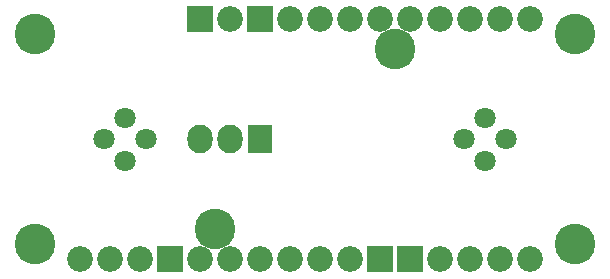
<source format=gts>
%TF.GenerationSoftware,KiCad,Pcbnew,4.0.5-e0-6337~49~ubuntu16.04.1*%
%TF.CreationDate,2017-01-01T02:05:38+05:30*%
%TF.ProjectId,feather_v2,666561746865725F76322E6B69636164,rev?*%
%TF.FileFunction,Soldermask,Top*%
%FSLAX46Y46*%
G04 Gerber Fmt 4.6, Leading zero omitted, Abs format (unit mm)*
G04 Created by KiCad (PCBNEW 4.0.5-e0-6337~49~ubuntu16.04.1) date Sun Jan  1 02:05:38 2017*
%MOMM*%
%LPD*%
G01*
G04 APERTURE LIST*
%ADD10C,0.101600*%
%ADD11R,2.127200X2.432000*%
%ADD12O,2.127200X2.432000*%
%ADD13C,1.797000*%
%ADD14C,3.448000*%
%ADD15R,2.178000X2.178000*%
%ADD16C,2.178000*%
G04 APERTURE END LIST*
D10*
D11*
X97790004Y-101600001D03*
D12*
X95250004Y-101600001D03*
X92710004Y-101600001D03*
D13*
X116840000Y-99803949D03*
X118636051Y-101600000D03*
X116840000Y-103396051D03*
X115043949Y-101600000D03*
X84563949Y-101600000D03*
X86360000Y-99803949D03*
X88156051Y-101600000D03*
X86360000Y-103396051D03*
D14*
X109220000Y-93980000D03*
X93980000Y-109220000D03*
D15*
X90170000Y-111760000D03*
X92710000Y-91440000D03*
X97790000Y-91440000D03*
X107950000Y-111760000D03*
X110490000Y-111760000D03*
D16*
X82550000Y-111760000D03*
X85090000Y-111760000D03*
X87630000Y-111760000D03*
X92710000Y-111760000D03*
X95250000Y-111760000D03*
X97790000Y-111760000D03*
X100330000Y-111760000D03*
X102870000Y-111760000D03*
X105410000Y-111760000D03*
X113030000Y-111760000D03*
X115570000Y-111760000D03*
X118110000Y-111760000D03*
X120650000Y-111760000D03*
X120650000Y-91440000D03*
X118110000Y-91440000D03*
X115570000Y-91440000D03*
X113030000Y-91440000D03*
X110490000Y-91440000D03*
X107950000Y-91440000D03*
X105410000Y-91440000D03*
X102870000Y-91440000D03*
X100330000Y-91440000D03*
X95250000Y-91440000D03*
D14*
X78740000Y-110490000D03*
X124460000Y-110490000D03*
X124460000Y-92710000D03*
X78740000Y-92710000D03*
M02*

</source>
